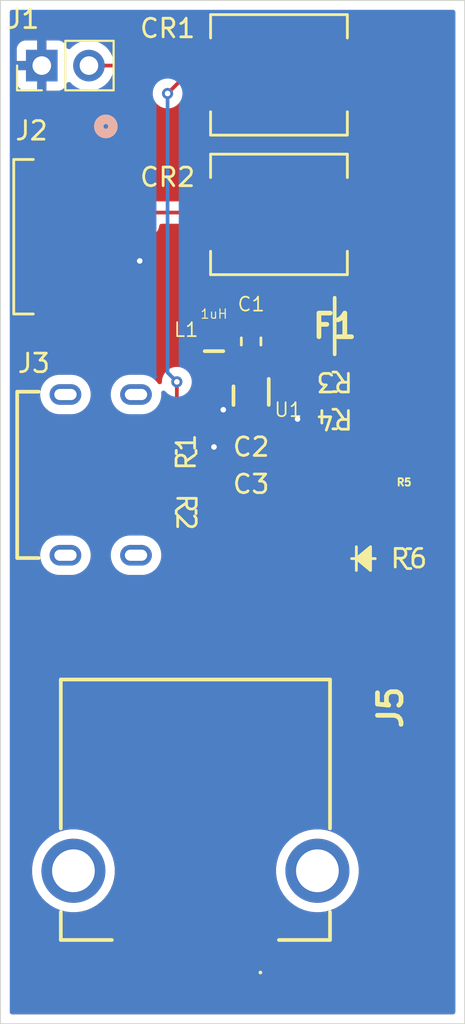
<source format=kicad_pcb>
(kicad_pcb (version 20241229) (generator "pcbnew") (generator_version "9.0")
  (layers (0 "F.Cu" signal) (2 "B.Cu" signal) (13 "F.Paste" user) (15 "B.Paste" user) (5 "F.SilkS" user "F.Silkscreen") (7 "B.SilkS" user "B.Silkscreen") (1 "F.Mask" user) (3 "B.Mask" user) (25 "Edge.Cuts" user))
  (net 0 "")
  (net 1 "/EN")
  (net 2 "GND")
  (net 3 "+5V")
  (net 4 "Net-(CR1-Pad1)")
  (net 5 "Net-(CR2-Pad2)")
  (net 6 "Net-(J2-Pad2)")
  (net 7 "/CC2")
  (net 8 "/CC1")
  (net 9 "/SW")
  (net 10 "/FB")
  (net 11 "Net-(R5-Pad1)")
  (net 17 "Net-(J5-Pad2)")
  (footprint "USBChargerFootprints:INDC2012X80N" (layer "F.Cu") (at 841.5 233.85 -90)
    (property "Reference" "L1" (at -1.15 1.5 180) (layer "F.SilkS") (effects (font (size 0.75 0.75) (thickness 0.09375))))
    (property "Value" "1uH" (at -2 0 180) (layer "F.SilkS") (effects (font (size 0.5 0.5) (thickness 0.0625))))
    (fp_line (start 0 -0.5) (end 0 0.5) (stroke (width 0.2)) (layer "F.SilkS"))
    (pad "1" smd rect (at -0.85 0 270) (size 1.2 1.4) (layers "F.Cu" "F.Mask" "F.Paste") (net 1 "/EN"))
    (pad "2" smd rect (at 0.85 0 270) (size 1.2 1.4) (layers "F.Cu" "F.Mask" "F.Paste") (net 9 "/SW"))
  )
  (footprint "USBChargerFootprints:RC0603N_PAN_100k" (layer "F.Cu") (at 848 237.5 180)
    (property "Reference" "R4" (at 0 0 180) (layer "F.SilkS"))
    (property "Value" "100k")
    (fp_line (start 0.092449 -0.526999) (end -0.092449 -0.526999) (stroke (width 0.1524)) (layer "F.SilkS"))
    (fp_line (start -0.092449 0.526999) (end 0.092449 0.526999) (stroke (width 0.1524)) (layer "F.SilkS"))
    (pad "1" smd rect (at -0.777799 0 180) (size 0.755599 0.799998) (layers "F.Cu" "F.Mask" "F.Paste") (net 10 "/FB"))
    (pad "2" smd rect (at 0.777799 0 180) (size 0.755599 0.799998) (layers "F.Cu" "F.Mask" "F.Paste") (net 2 "GND"))
    (zone (net 0) (net_name "") (layer "F.Cu") (connect_pads (clearance 0)) (min_thickness 0.254)
      (keepout (tracks not_allowed) (vias not_allowed) (pads allowed) (copperpour not_allowed) (footprints allowed))
      (fill (thermal_gap 0.508) (thermal_bridge_width 0.508))
      (polygon (pts (xy 848.349199 237.849199) (xy 847.650801 237.849199) (xy 847.650801 237.150801) (xy 848.349199 237.150801)))
    )
  )
  (footprint "USBChargerFootprints:875832010BLF" (layer "F.Cu") (at 840.5 258.5 180)
    (property "Reference" "J5" (at -10.5 5.5 90) (layer "F.SilkS") (effects (font (size 1.27 1.27) (thickness 0.254))))
    (property "Value" "87583-2010BLF" (hide yes))
    (fp_line (start 7.25 7) (end 7.25 -1) (stroke (width 0.2)) (layer "F.SilkS"))
    (fp_line (start 7.25 -7) (end 7.25 -5.5) (stroke (width 0.2)) (layer "F.SilkS"))
    (fp_line (start 4.5 -7) (end 7.25 -7) (stroke (width 0.2)) (layer "F.SilkS"))
    (fp_line (start -3.5 -8.7) (end -3.5 -8.7) (stroke (width 0.1)) (layer "F.SilkS"))
    (fp_line (start -3.5 -8.8) (end -3.5 -8.8) (stroke (width 0.1)) (layer "F.SilkS"))
    (fp_line (start -4.5 -7) (end -7.25 -7) (stroke (width 0.2)) (layer "F.SilkS"))
    (fp_line (start -7.25 7) (end 7.25 7) (stroke (width 0.2)) (layer "F.SilkS"))
    (fp_line (start -7.25 -1) (end -7.25 7) (stroke (width 0.2)) (layer "F.SilkS"))
    (fp_line (start -7.25 -7) (end -7.25 -5.5) (stroke (width 0.2)) (layer "F.SilkS"))
    (fp_arc (start -3.5 -8.7) (mid -3.55 -8.75) (end -3.5 -8.8) (stroke (width 0.1)) (layer "F.SilkS"))
    (fp_arc (start -3.5 -8.8) (mid -3.45 -8.75) (end -3.5 -8.7) (stroke (width 0.1)) (layer "F.SilkS"))
    (pad "1" smd rect (at -3.5 -6.86 180) (size 1.12 2.88) (layers "F.Cu" "F.Mask" "F.Paste") (net 3 "+5V"))
    (pad "2" smd rect (at -1 -6.86 180) (size 1.12 2.88) (layers "F.Cu" "F.Mask" "F.Paste") (net 17 "Net-(J5-Pad2)"))
    (pad "3" smd rect (at 1 -6.86 180) (size 1.12 2.88) (layers "F.Cu" "F.Mask" "F.Paste") (net 17 "Net-(J5-Pad2)"))
    (pad "4" smd rect (at 3.5 -6.86 180) (size 1.12 2.88) (layers "F.Cu" "F.Mask" "F.Paste") (net 2 "GND"))
    (pad "MH1" thru_hole circle (at -6.57 -3.28 180) (size 3.45 3.45) (drill 2.3) (layers "*.Cu" "*.Mask"))
    (pad "MH2" thru_hole circle (at 6.57 -3.28 180) (size 3.45 3.45) (drill 2.3) (layers "*.Cu" "*.Mask"))
  )
  (footprint "USBChargerFootprints:G-188_MUR" (layer "F.Cu") (at 843.5 241)
    (property "Reference" "C3" (at 0 0 0) (layer "F.SilkS"))
    (property "Value" "22uF")
    (pad "1" smd rect (at -0.7239 0) (size 0.8636 0.8128) (layers "F.Cu" "F.Mask" "F.Paste") (net 2 "GND"))
    (pad "2" smd rect (at 0.7239 0) (size 0.8636 0.8128) (layers "F.Cu" "F.Mask" "F.Paste") (net 3 "+5V"))
    (zone (net 0) (net_name "") (layer "F.Cu") (connect_pads (clearance 0)) (min_thickness 0.254)
      (keepout (tracks not_allowed) (vias not_allowed) (pads allowed) (copperpour not_allowed) (footprints allowed))
      (fill (thermal_gap 0.508) (thermal_bridge_width 0.508))
      (polygon (pts (xy 843.2587 240.6444) (xy 843.7413 240.6444) (xy 843.7413 241.3556) (xy 843.2587 241.3556)))
    )
  )
  (footprint "Connector_PinHeader_2.54mm:PinHeader_1x02_P2.54mm_Vertical" (layer "F.Cu") (at 832.225 218.5 90)
    (property "Reference" "J1" (at 2.5 -1 0) (layer "F.SilkS"))
    (property "Value" "Conn_01x02" (hide yes))
    (fp_line (start -1.33 -1.33) (end 0 -1.33) (stroke (width 0.12)) (layer "F.SilkS"))
    (fp_line (start -1.33 0) (end -1.33 -1.33) (stroke (width 0.12)) (layer "F.SilkS"))
    (fp_line (start 1.33 1.27) (end 1.33 3.87) (stroke (width 0.12)) (layer "F.SilkS"))
    (fp_line (start -1.33 1.27) (end 1.33 1.27) (stroke (width 0.12)) (layer "F.SilkS"))
    (fp_line (start -1.33 1.27) (end -1.33 3.87) (stroke (width 0.12)) (layer "F.SilkS"))
    (fp_line (start -1.33 3.87) (end 1.33 3.87) (stroke (width 0.12)) (layer "F.SilkS"))
    (pad "1" thru_hole rect (at 0 0 90) (size 1.7 1.7) (drill 1) (layers "*.Cu" "*.Mask") (net 2 "GND"))
    (pad "2" thru_hole oval (at 0 2.54 90) (size 1.7 1.7) (drill 1) (layers "*.Cu" "*.Mask") (net 3 "+5V"))
  )
  (footprint "USBChargerFootprints:LED_SMLD12_ROM" (layer "F.Cu") (at 852 245)
    (property "Reference" "R6" (at 0 0 0) (layer "F.SilkS"))
    (property "Value" "SML-D12D8WT86C" (hide yes))
    (fp_line (start -2.8321 -0.635) (end -2.8321 0.635) (stroke (width 0.1524)) (layer "F.SilkS"))
    (fp_line (start -2.8321 0) (end -2.0701 -0.635) (stroke (width 0.1524)) (layer "F.SilkS"))
    (fp_line (start -2.8321 0) (end -2.0701 -0.508) (stroke (width 0.1524)) (layer "F.SilkS"))
    (fp_line (start -2.8321 0) (end -2.0701 -0.381) (stroke (width 0.1524)) (layer "F.SilkS"))
    (fp_line (start -2.8321 0) (end -2.0701 -0.254) (stroke (width 0.1524)) (layer "F.SilkS"))
    (fp_line (start -2.8321 0) (end -2.0701 -0.127) (stroke (width 0.1524)) (layer "F.SilkS"))
    (fp_line (start -2.8321 0) (end -2.0701 0.127) (stroke (width 0.1524)) (layer "F.SilkS"))
    (fp_line (start -2.8321 0) (end -2.0701 0.254) (stroke (width 0.1524)) (layer "F.SilkS"))
    (fp_line (start -2.8321 0) (end -2.0701 0.381) (stroke (width 0.1524)) (layer "F.SilkS"))
    (fp_line (start -2.8321 0) (end -2.0701 0.508) (stroke (width 0.1524)) (layer "F.SilkS"))
    (fp_line (start -2.8321 0) (end -2.0701 0.635) (stroke (width 0.1524)) (layer "F.SilkS"))
    (fp_line (start -2.0701 -0.635) (end -2.0701 0.635) (stroke (width 0.1524)) (layer "F.SilkS"))
    (fp_line (start -1.8161 0) (end -3.0861 0) (stroke (width 0.1524)) (layer "F.SilkS"))
    (fp_line (start -0.09885 0.5334) (end 0.09885 0.5334) (stroke (width 0.1524)) (layer "F.SilkS"))
    (fp_line (start 0.09885 -0.5334) (end -0.09885 -0.5334) (stroke (width 0.1524)) (layer "F.SilkS"))
    (pad "1" smd rect (at -0.60325 0) (size 0.3937 0.8128) (layers "F.Cu" "F.Mask" "F.Paste") (net 11 "Net-(R5-Pad1)"))
    (pad "2" smd rect (at 0.60325 0) (size 0.3937 0.8128) (layers "F.Cu" "F.Mask" "F.Paste") (net 2 "GND"))
    (zone (net 0) (net_name "") (layer "F.Cu") (connect_pads (clearance 0)) (min_thickness 0.254)
      (keepout (tracks not_allowed) (vias not_allowed) (pads allowed) (copperpour not_allowed) (footprints allowed))
      (fill (thermal_gap 0.508) (thermal_bridge_width 0.508))
      (polygon (pts (xy 851.6444 244.6444) (xy 852.3556 244.6444) (xy 852.3556 245.3556) (xy 851.6444 245.3556)))
    )
  )
  (footprint "USBChargerFootprints:SMCDO-214AB_MCC" (layer "F.Cu") (at 845 226.5 180)
    (property "Reference" "CR2" (at 6 2 0) (layer "F.SilkS"))
    (property "Value" "SK36A-TP" (hide yes))
    (fp_line (start 3.683 3.2385) (end 3.683 1.98374) (stroke (width 0.1524)) (layer "F.SilkS"))
    (fp_line (start 3.683 -1.98374) (end 3.683 -3.2385) (stroke (width 0.1524)) (layer "F.SilkS"))
    (fp_line (start 3.683 -3.2385) (end -3.683 -3.2385) (stroke (width 0.1524)) (layer "F.SilkS"))
    (fp_line (start -3.683 3.2385) (end 3.683 3.2385) (stroke (width 0.1524)) (layer "F.SilkS"))
    (fp_line (start -3.683 1.98374) (end -3.683 3.2385) (stroke (width 0.1524)) (layer "F.SilkS"))
    (fp_line (start -3.683 -3.2385) (end -3.683 -1.98374) (stroke (width 0.1524)) (layer "F.SilkS"))
    (pad "1" smd rect (at -3.4798 0 180) (size 1.8796 3.302) (layers "F.Cu" "F.Mask" "F.Paste") (net 4 "Net-(CR1-Pad1)"))
    (pad "2" smd rect (at 3.4798 0 180) (size 1.8796 3.302) (layers "F.Cu" "F.Mask" "F.Paste") (net 5 "Net-(CR2-Pad2)"))
    (zone (net 0) (net_name "") (layer "F.Cu") (connect_pads (clearance 0)) (min_thickness 0.254)
      (keepout (tracks not_allowed) (vias not_allowed) (pads allowed) (copperpour not_allowed) (footprints allowed))
      (fill (thermal_gap 0.508) (thermal_bridge_width 0.508))
      (polygon (pts (xy 847.4892 229.5607) (xy 842.5108 229.5607) (xy 842.5108 223.4393) (xy 847.4892 223.4393)))
    )
  )
  (footprint "USBChargerFootprints:FUSC4632X205N" (layer "F.Cu") (at 848 232.5 180)
    (property "Reference" "F1" (at 0 0 0) (layer "F.SilkS") (effects (font (size 1.27 1.27) (thickness 0.254))))
    (property "Value" "2.6A" (hide yes))
    (fp_line (start 0 -1.52) (end 0 1.52) (stroke (width 0.2)) (layer "F.SilkS"))
    (pad "1" smd rect (at -1.96 0 180) (size 1.53 3.43) (layers "F.Cu" "F.Mask" "F.Paste") (net 4 "Net-(CR1-Pad1)"))
    (pad "2" smd rect (at 1.96 0 180) (size 1.53 3.43) (layers "F.Cu" "F.Mask" "F.Paste") (net 1 "/EN"))
  )
  (footprint "USBChargerFootprints:CAP_CL10_SAM" (layer "F.Cu") (at 843.5 233.3278 -90)
    (property "Reference" "C1" (at -2 0 0) (layer "F.SilkS") (effects (font (size 0.75 0.75) (thickness 0.09375))))
    (property "Value" "10uF")
    (fp_line (start -0.19245 0.527) (end 0.19245 0.527) (stroke (width 0.1524)) (layer "F.SilkS"))
    (fp_line (start 0.19245 -0.527) (end -0.19245 -0.527) (stroke (width 0.1524)) (layer "F.SilkS"))
    (pad "1" smd rect (at -0.8278 0 270) (size 0.6556 0.8) (layers "F.Cu" "F.Mask" "F.Paste") (net 2 "GND"))
    (pad "2" smd rect (at 0.8278 0 270) (size 0.6556 0.8) (layers "F.Cu" "F.Mask" "F.Paste") (net 1 "/EN"))
    (zone (net 0) (net_name "") (layer "F.Cu") (connect_pads (clearance 0)) (min_thickness 0.254)
      (keepout (tracks not_allowed) (vias not_allowed) (pads allowed) (copperpour not_allowed) (footprints allowed))
      (fill (thermal_gap 0.508) (thermal_bridge_width 0.508))
      (polygon (pts (xy 843.8492 232.8786) (xy 843.8492 233.777) (xy 843.1508 233.777) (xy 843.1508 232.8786)))
    )
  )
  (footprint "USBChargerFootprints:RESC1608X50N" (layer "F.Cu") (at 852 242)
    (property "Reference" "R5" (at -0.26 -1.1 0) (layer "F.SilkS") (effects (font (size 0.393701 0.393701))))
    (property "Value" "280")
    (pad "1" smd rect (at -0.79 0) (size 0.94 1.02) (layers "F.Cu" "F.Mask" "F.Paste") (net 11 "Net-(R5-Pad1)"))
    (pad "2" smd rect (at 0.79 0) (size 0.94 1.02) (layers "F.Cu" "F.Mask" "F.Paste") (net 3 "+5V"))
  )
  (footprint "USBChargerFootprints:GCT_USB4125-GF-A_REVA2" (layer "F.Cu") (at 834.3 240.5 -90)
    (property "Reference" "J3" (at -6 2.5 180) (layer "F.SilkS"))
    (property "Value" "USB4125-GF-A_REVA2" (hide yes))
    (fp_poly (pts (xy -4.32 -0.05) (xy -4.349 -0.049) (xy -4.377 -0.047) (xy -4.406 -0.043) (xy -4.434 -0.038) (xy -4.462 -0.031) (xy -4.49 -0.023) (xy -4.517 -0.013) (xy -4.544 -0.002) (xy -4.57 0.01) (xy -4.595 0.024) (xy -4.62 0.039) (xy -4.643 0.055) (xy -4.666 0.073) (xy -4.688 0.091) (xy -4.709 0.111) (xy -4.729 0.132) (xy -4.747 0.154) (xy -4.765 0.177) (xy -4.781 0.2) (xy -4.796 0.225) (xy -4.81 0.25) (xy -4.822 0.276) (xy -4.833 0.303) (xy -4.843 0.33) (xy -4.851 0.358) (xy -4.858 0.386) (xy -4.863 0.414) (xy -4.867 0.443) (xy -4.869 0.471) (xy -4.87 0.5) (xy -4.87 1.1) (xy -4.869 1.129) (xy -4.867 1.157) (xy -4.863 1.186) (xy -4.858 1.214) (xy -4.851 1.242) (xy -4.843 1.27) (xy -4.833 1.297) (xy -4.822 1.324) (xy -4.81 1.35) (xy -4.796 1.375) (xy -4.781 1.4) (xy -4.765 1.423) (xy -4.747 1.446) (xy -4.729 1.468) (xy -4.709 1.489) (xy -4.688 1.509) (xy -4.666 1.527) (xy -4.643 1.545) (xy -4.62 1.561) (xy -4.595 1.576) (xy -4.57 1.59) (xy -4.544 1.602) (xy -4.517 1.613) (xy -4.49 1.623) (xy -4.462 1.631) (xy -4.434 1.638) (xy -4.406 1.643) (xy -4.377 1.647) (xy -4.349 1.649) (xy -4.32 1.65) (xy -4.291 1.649) (xy -4.263 1.647) (xy -4.234 1.643) (xy -4.206 1.638) (xy -4.178 1.631) (xy -4.15 1.623) (xy -4.123 1.613) (xy -4.096 1.602) (xy -4.07 1.59) (xy -4.045 1.576) (xy -4.02 1.561) (xy -3.997 1.545) (xy -3.974 1.527) (xy -3.952 1.509) (xy -3.931 1.489) (xy -3.911 1.468) (xy -3.893 1.446) (xy -3.875 1.423) (xy -3.859 1.4) (xy -3.844 1.375) (xy -3.83 1.35) (xy -3.818 1.324) (xy -3.807 1.297) (xy -3.797 1.27) (xy -3.789 1.242) (xy -3.782 1.214) (xy -3.777 1.186) (xy -3.773 1.157) (xy -3.771 1.129) (xy -3.77 1.1) (xy -3.77 0.5) (xy -3.771 0.471) (xy -3.773 0.443) (xy -3.777 0.414) (xy -3.782 0.386) (xy -3.789 0.358) (xy -3.797 0.33) (xy -3.807 0.303) (xy -3.818 0.276) (xy -3.83 0.25) (xy -3.844 0.225) (xy -3.859 0.2) (xy -3.875 0.177) (xy -3.893 0.154) (xy -3.911 0.132) (xy -3.931 0.111) (xy -3.952 0.091) (xy -3.974 0.073) (xy -3.997 0.055) (xy -4.02 0.039) (xy -4.045 0.024) (xy -4.07 0.01) (xy -4.096 -0.002) (xy -4.123 -0.013) (xy -4.15 -0.023) (xy -4.178 -0.031) (xy -4.206 -0.038) (xy -4.234 -0.043) (xy -4.263 -0.047) (xy -4.291 -0.049) (xy -4.32 -0.05)) (stroke (width 0.01)) (fill yes) (layer "F.Cu"))
    (fp_poly (pts (xy 4.32 -0.05) (xy 4.291 -0.049) (xy 4.263 -0.047) (xy 4.234 -0.043) (xy 4.206 -0.038) (xy 4.178 -0.031) (xy 4.15 -0.023) (xy 4.123 -0.013) (xy 4.096 -0.002) (xy 4.07 0.01) (xy 4.045 0.024) (xy 4.02 0.039) (xy 3.997 0.055) (xy 3.974 0.073) (xy 3.952 0.091) (xy 3.931 0.111) (xy 3.911 0.132) (xy 3.893 0.154) (xy 3.875 0.177) (xy 3.859 0.2) (xy 3.844 0.225) (xy 3.83 0.25) (xy 3.818 0.276) (xy 3.807 0.303) (xy 3.797 0.33) (xy 3.789 0.358) (xy 3.782 0.386) (xy 3.777 0.414) (xy 3.773 0.443) (xy 3.771 0.471) (xy 3.77 0.5) (xy 3.77 1.1) (xy 3.771 1.129) (xy 3.773 1.157) (xy 3.777 1.186) (xy 3.782 1.214) (xy 3.789 1.242) (xy 3.797 1.27) (xy 3.807 1.297) (xy 3.818 1.324) (xy 3.83 1.35) (xy 3.844 1.375) (xy 3.859 1.4) (xy 3.875 1.423) (xy 3.893 1.446) (xy 3.911 1.468) (xy 3.931 1.489) (xy 3.952 1.509) (xy 3.974 1.527) (xy 3.997 1.545) (xy 4.02 1.561) (xy 4.045 1.576) (xy 4.07 1.59) (xy 4.096 1.602) (xy 4.123 1.613) (xy 4.15 1.623) (xy 4.178 1.631) (xy 4.206 1.638) (xy 4.234 1.643) (xy 4.263 1.647) (xy 4.291 1.649) (xy 4.32 1.65) (xy 4.349 1.649) (xy 4.377 1.647) (xy 4.406 1.643) (xy 4.434 1.638) (xy 4.462 1.631) (xy 4.49 1.623) (xy 4.517 1.613) (xy 4.544 1.602) (xy 4.57 1.59) (xy 4.595 1.576) (xy 4.62 1.561) (xy 4.643 1.545) (xy 4.666 1.527) (xy 4.688 1.509) (xy 4.709 1.489) (xy 4.729 1.468) (xy 4.747 1.446) (xy 4.765 1.423) (xy 4.781 1.4) (xy 4.796 1.375) (xy 4.81 1.35) (xy 4.822 1.324) (xy 4.833 1.297) (xy 4.843 1.27) (xy 4.851 1.242) (xy 4.858 1.214) (xy 4.863 1.186) (xy 4.867 1.157) (xy 4.869 1.129) (xy 4.87 1.1) (xy 4.87 0.5) (xy 4.869 0.471) (xy 4.867 0.443) (xy 4.863 0.414) (xy 4.858 0.386) (xy 4.851 0.358) (xy 4.843 0.33) (xy 4.833 0.303) (xy 4.822 0.276) (xy 4.81 0.25) (xy 4.796 0.225) (xy 4.781 0.2) (xy 4.765 0.177) (xy 4.747 0.154) (xy 4.729 0.132) (xy 4.709 0.111) (xy 4.688 0.091) (xy 4.666 0.073) (xy 4.643 0.055) (xy 4.62 0.039) (xy 4.595 0.024) (xy 4.57 0.01) (xy 4.544 -0.002) (xy 4.517 -0.013) (xy 4.49 -0.023) (xy 4.462 -0.031) (xy 4.434 -0.038) (xy 4.406 -0.043) (xy 4.377 -0.047) (xy 4.349 -0.049) (xy 4.32 -0.05)) (stroke (width 0.01)) (fill yes) (layer "F.Cu"))
    (fp_poly (pts (xy -4.32 -3.85) (xy -4.349 -3.849) (xy -4.377 -3.847) (xy -4.406 -3.843) (xy -4.434 -3.838) (xy -4.462 -3.831) (xy -4.49 -3.823) (xy -4.517 -3.813) (xy -4.544 -3.802) (xy -4.57 -3.79) (xy -4.595 -3.776) (xy -4.62 -3.761) (xy -4.643 -3.745) (xy -4.666 -3.727) (xy -4.688 -3.709) (xy -4.709 -3.689) (xy -4.729 -3.668) (xy -4.747 -3.646) (xy -4.765 -3.623) (xy -4.781 -3.6) (xy -4.796 -3.575) (xy -4.81 -3.55) (xy -4.822 -3.524) (xy -4.833 -3.497) (xy -4.843 -3.47) (xy -4.851 -3.442) (xy -4.858 -3.414) (xy -4.863 -3.386) (xy -4.867 -3.357) (xy -4.869 -3.329) (xy -4.87 -3.3) (xy -4.87 -2.7) (xy -4.869 -2.671) (xy -4.867 -2.643) (xy -4.863 -2.614) (xy -4.858 -2.586) (xy -4.851 -2.558) (xy -4.843 -2.53) (xy -4.833 -2.503) (xy -4.822 -2.476) (xy -4.81 -2.45) (xy -4.796 -2.425) (xy -4.781 -2.4) (xy -4.765 -2.377) (xy -4.747 -2.354) (xy -4.729 -2.332) (xy -4.709 -2.311) (xy -4.688 -2.291) (xy -4.666 -2.273) (xy -4.643 -2.255) (xy -4.62 -2.239) (xy -4.595 -2.224) (xy -4.57 -2.21) (xy -4.544 -2.198) (xy -4.517 -2.187) (xy -4.49 -2.177) (xy -4.462 -2.169) (xy -4.434 -2.162) (xy -4.406 -2.157) (xy -4.377 -2.153) (xy -4.349 -2.151) (xy -4.32 -2.15) (xy -4.291 -2.151) (xy -4.263 -2.153) (xy -4.234 -2.157) (xy -4.206 -2.162) (xy -4.178 -2.169) (xy -4.15 -2.177) (xy -4.123 -2.187) (xy -4.096 -2.198) (xy -4.07 -2.21) (xy -4.045 -2.224) (xy -4.02 -2.239) (xy -3.997 -2.255) (xy -3.974 -2.273) (xy -3.952 -2.291) (xy -3.931 -2.311) (xy -3.911 -2.332) (xy -3.893 -2.354) (xy -3.875 -2.377) (xy -3.859 -2.4) (xy -3.844 -2.425) (xy -3.83 -2.45) (xy -3.818 -2.476) (xy -3.807 -2.503) (xy -3.797 -2.53) (xy -3.789 -2.558) (xy -3.782 -2.586) (xy -3.777 -2.614) (xy -3.773 -2.643) (xy -3.771 -2.671) (xy -3.77 -2.7) (xy -3.77 -3.3) (xy -3.771 -3.329) (xy -3.773 -3.357) (xy -3.777 -3.386) (xy -3.782 -3.414) (xy -3.789 -3.442) (xy -3.797 -3.47) (xy -3.807 -3.497) (xy -3.818 -3.524) (xy -3.83 -3.55) (xy -3.844 -3.575) (xy -3.859 -3.6) (xy -3.875 -3.623) (xy -3.893 -3.646) (xy -3.911 -3.668) (xy -3.931 -3.689) (xy -3.952 -3.709) (xy -3.974 -3.727) (xy -3.997 -3.745) (xy -4.02 -3.761) (xy -4.045 -3.776) (xy -4.07 -3.79) (xy -4.096 -3.802) (xy -4.123 -3.813) (xy -4.15 -3.823) (xy -4.178 -3.831) (xy -4.206 -3.838) (xy -4.234 -3.843) (xy -4.263 -3.847) (xy -4.291 -3.849) (xy -4.32 -3.85)) (stroke (width 0.01)) (fill yes) (layer "F.Cu"))
    (fp_poly (pts (xy 4.32 -3.85) (xy 4.291 -3.849) (xy 4.263 -3.847) (xy 4.234 -3.843) (xy 4.206 -3.838) (xy 4.178 -3.831) (xy 4.15 -3.823) (xy 4.123 -3.813) (xy 4.096 -3.802) (xy 4.07 -3.79) (xy 4.045 -3.776) (xy 4.02 -3.761) (xy 3.997 -3.745) (xy 3.974 -3.727) (xy 3.952 -3.709) (xy 3.931 -3.689) (xy 3.911 -3.668) (xy 3.893 -3.646) (xy 3.875 -3.623) (xy 3.859 -3.6) (xy 3.844 -3.575) (xy 3.83 -3.55) (xy 3.818 -3.524) (xy 3.807 -3.497) (xy 3.797 -3.47) (xy 3.789 -3.442) (xy 3.782 -3.414) (xy 3.777 -3.386) (xy 3.773 -3.357) (xy 3.771 -3.329) (xy 3.77 -3.3) (xy 3.77 -2.7) (xy 3.771 -2.671) (xy 3.773 -2.643) (xy 3.777 -2.614) (xy 3.782 -2.586) (xy 3.789 -2.558) (xy 3.797 -2.53) (xy 3.807 -2.503) (xy 3.818 -2.476) (xy 3.83 -2.45) (xy 3.844 -2.425) (xy 3.859 -2.4) (xy 3.875 -2.377) (xy 3.893 -2.354) (xy 3.911 -2.332) (xy 3.931 -2.311) (xy 3.952 -2.291) (xy 3.974 -2.273) (xy 3.997 -2.255) (xy 4.02 -2.239) (xy 4.045 -2.224) (xy 4.07 -2.21) (xy 4.096 -2.198) (xy 4.123 -2.187) (xy 4.15 -2.177) (xy 4.178 -2.169) (xy 4.206 -2.162) (xy 4.234 -2.157) (xy 4.263 -2.153) (xy 4.291 -2.151) (xy 4.32 -2.15) (xy 4.349 -2.151) (xy 4.377 -2.153) (xy 4.406 -2.157) (xy 4.434 -2.162) (xy 4.462 -2.169) (xy 4.49 -2.177) (xy 4.517 -2.187) (xy 4.544 -2.198) (xy 4.57 -2.21) (xy 4.595 -2.224) (xy 4.62 -2.239) (xy 4.643 -2.255) (xy 4.666 -2.273) (xy 4.688 -2.291) (xy 4.709 -2.311) (xy 4.729 -2.332) (xy 4.747 -2.354) (xy 4.765 -2.377) (xy 4.781 -2.4) (xy 4.796 -2.425) (xy 4.81 -2.45) (xy 4.822 -2.476) (xy 4.833 -2.503) (xy 4.843 -2.53) (xy 4.851 -2.558) (xy 4.858 -2.586) (xy 4.863 -2.614) (xy 4.867 -2.643) (xy 4.869 -2.671) (xy 4.87 -2.7) (xy 4.87 -3.3) (xy 4.869 -3.329) (xy 4.867 -3.357) (xy 4.863 -3.386) (xy 4.858 -3.414) (xy 4.851 -3.442) (xy 4.843 -3.47) (xy 4.833 -3.497) (xy 4.822 -3.524) (xy 4.81 -3.55) (xy 4.796 -3.575) (xy 4.781 -3.6) (xy 4.765 -3.623) (xy 4.747 -3.646) (xy 4.729 -3.668) (xy 4.709 -3.689) (xy 4.688 -3.709) (xy 4.666 -3.727) (xy 4.643 -3.745) (xy 4.62 -3.761) (xy 4.595 -3.776) (xy 4.57 -3.79) (xy 4.544 -3.802) (xy 4.517 -3.813) (xy 4.49 -3.823) (xy 4.462 -3.831) (xy 4.434 -3.838) (xy 4.406 -3.843) (xy 4.377 -3.847) (xy 4.349 -3.849) (xy 4.32 -3.85)) (stroke (width 0.01)) (fill yes) (layer "F.Cu"))
    (fp_poly (pts (xy -4.32 -0.05) (xy -4.349 -0.049) (xy -4.377 -0.047) (xy -4.406 -0.043) (xy -4.434 -0.038) (xy -4.462 -0.031) (xy -4.49 -0.023) (xy -4.517 -0.013) (xy -4.544 -0.002) (xy -4.57 0.01) (xy -4.595 0.024) (xy -4.62 0.039) (xy -4.643 0.055) (xy -4.666 0.073) (xy -4.688 0.091) (xy -4.709 0.111) (xy -4.729 0.132) (xy -4.747 0.154) (xy -4.765 0.177) (xy -4.781 0.2) (xy -4.796 0.225) (xy -4.81 0.25) (xy -4.822 0.276) (xy -4.833 0.303) (xy -4.843 0.33) (xy -4.851 0.358) (xy -4.858 0.386) (xy -4.863 0.414) (xy -4.867 0.443) (xy -4.869 0.471) (xy -4.87 0.5) (xy -4.87 1.1) (xy -4.869 1.129) (xy -4.867 1.157) (xy -4.863 1.186) (xy -4.858 1.214) (xy -4.851 1.242) (xy -4.843 1.27) (xy -4.833 1.297) (xy -4.822 1.324) (xy -4.81 1.35) (xy -4.796 1.375) (xy -4.781 1.4) (xy -4.765 1.423) (xy -4.747 1.446) (xy -4.729 1.468) (xy -4.709 1.489) (xy -4.688 1.509) (xy -4.666 1.527) (xy -4.643 1.545) (xy -4.62 1.561) (xy -4.595 1.576) (xy -4.57 1.59) (xy -4.544 1.602) (xy -4.517 1.613) (xy -4.49 1.623) (xy -4.462 1.631) (xy -4.434 1.638) (xy -4.406 1.643) (xy -4.377 1.647) (xy -4.349 1.649) (xy -4.32 1.65) (xy -4.291 1.649) (xy -4.263 1.647) (xy -4.234 1.643) (xy -4.206 1.638) (xy -4.178 1.631) (xy -4.15 1.623) (xy -4.123 1.613) (xy -4.096 1.602) (xy -4.07 1.59) (xy -4.045 1.576) (xy -4.02 1.561) (xy -3.997 1.545) (xy -3.974 1.527) (xy -3.952 1.509) (xy -3.931 1.489) (xy -3.911 1.468) (xy -3.893 1.446) (xy -3.875 1.423) (xy -3.859 1.4) (xy -3.844 1.375) (xy -3.83 1.35) (xy -3.818 1.324) (xy -3.807 1.297) (xy -3.797 1.27) (xy -3.789 1.242) (xy -3.782 1.214) (xy -3.777 1.186) (xy -3.773 1.157) (xy -3.771 1.129) (xy -3.77 1.1) (xy -3.77 0.5) (xy -3.771 0.471) (xy -3.773 0.443) (xy -3.777 0.414) (xy -3.782 0.386) (xy -3.789 0.358) (xy -3.797 0.33) (xy -3.807 0.303) (xy -3.818 0.276) (xy -3.83 0.25) (xy -3.844 0.225) (xy -3.859 0.2) (xy -3.875 0.177) (xy -3.893 0.154) (xy -3.911 0.132) (xy -3.931 0.111) (xy -3.952 0.091) (xy -3.974 0.073) (xy -3.997 0.055) (xy -4.02 0.039) (xy -4.045 0.024) (xy -4.07 0.01) (xy -4.096 -0.002) (xy -4.123 -0.013) (xy -4.15 -0.023) (xy -4.178 -0.031) (xy -4.206 -0.038) (xy -4.234 -0.043) (xy -4.263 -0.047) (xy -4.291 -0.049) (xy -4.32 -0.05)) (stroke (width 0.01)) (fill yes) (layer "B.Cu"))
    (fp_poly (pts (xy 4.32 -0.05) (xy 4.291 -0.049) (xy 4.263 -0.047) (xy 4.234 -0.043) (xy 4.206 -0.038) (xy 4.178 -0.031) (xy 4.15 -0.023) (xy 4.123 -0.013) (xy 4.096 -0.002) (xy 4.07 0.01) (xy 4.045 0.024) (xy 4.02 0.039) (xy 3.997 0.055) (xy 3.974 0.073) (xy 3.952 0.091) (xy 3.931 0.111) (xy 3.911 0.132) (xy 3.893 0.154) (xy 3.875 0.177) (xy 3.859 0.2) (xy 3.844 0.225) (xy 3.83 0.25) (xy 3.818 0.276) (xy 3.807 0.303) (xy 3.797 0.33) (xy 3.789 0.358) (xy 3.782 0.386) (xy 3.777 0.414) (xy 3.773 0.443) (xy 3.771 0.471) (xy 3.77 0.5) (xy 3.77 1.1) (xy 3.771 1.129) (xy 3.773 1.157) (xy 3.777 1.186) (xy 3.782 1.214) (xy 3.789 1.242) (xy 3.797 1.27) (xy 3.807 1.297) (xy 3.818 1.324) (xy 3.83 1.35) (xy 3.844 1.375) (xy 3.859 1.4) (xy 3.875 1.423) (xy 3.893 1.446) (xy 3.911 1.468) (xy 3.931 1.489) (xy 3.952 1.509) (xy 3.974 1.527) (xy 3.997 1.545) (xy 4.02 1.561) (xy 4.045 1.576) (xy 4.07 1.59) (xy 4.096 1.602) (xy 4.123 1.613) (xy 4.15 1.623) (xy 4.178 1.631) (xy 4.206 1.638) (xy 4.234 1.643) (xy 4.263 1.647) (xy 4.291 1.649) (xy 4.32 1.65) (xy 4.349 1.649) (xy 4.377 1.647) (xy 4.406 1.643) (xy 4.434 1.638) (xy 4.462 1.631) (xy 4.49 1.623) (xy 4.517 1.613) (xy 4.544 1.602) (xy 4.57 1.59) (xy 4.595 1.576) (xy 4.62 1.561) (xy 4.643 1.545) (xy 4.666 1.527) (xy 4.688 1.509) (xy 4.709 1.489) (xy 4.729 1.468) (xy 4.747 1.446) (xy 4.765 1.423) (xy 4.781 1.4) (xy 4.796 1.375) (xy 4.81 1.35) (xy 4.822 1.324) (xy 4.833 1.297) (xy 4.843 1.27) (xy 4.851 1.242) (xy 4.858 1.214) (xy 4.863 1.186) (xy 4.867 1.157) (xy 4.869 1.129) (xy 4.87 1.1) (xy 4.87 0.5) (xy 4.869 0.471) (xy 4.867 0.443) (xy 4.863 0.414) (xy 4.858 0.386) (xy 4.851 0.358) (xy 4.843 0.33) (xy 4.833 0.303) (xy 4.822 0.276) (xy 4.81 0.25) (xy 4.796 0.225) (xy 4.781 0.2) (xy 4.765 0.177) (xy 4.747 0.154) (xy 4.729 0.132) (xy 4.709 0.111) (xy 4.688 0.091) (xy 4.666 0.073) (xy 4.643 0.055) (xy 4.62 0.039) (xy 4.595 0.024) (xy 4.57 0.01) (xy 4.544 -0.002) (xy 4.517 -0.013) (xy 4.49 -0.023) (xy 4.462 -0.031) (xy 4.434 -0.038) (xy 4.406 -0.043) (xy 4.377 -0.047) (xy 4.349 -0.049) (xy 4.32 -0.05)) (stroke (width 0.01)) (fill yes) (layer "B.Cu"))
    (fp_poly (pts (xy -4.32 -3.85) (xy -4.349 -3.849) (xy -4.377 -3.847) (xy -4.406 -3.843) (xy -4.434 -3.838) (xy -4.462 -3.831) (xy -4.49 -3.823) (xy -4.517 -3.813) (xy -4.544 -3.802) (xy -4.57 -3.79) (xy -4.595 -3.776) (xy -4.62 -3.761) (xy -4.643 -3.745) (xy -4.666 -3.727) (xy -4.688 -3.709) (xy -4.709 -3.689) (xy -4.729 -3.668) (xy -4.747 -3.646) (xy -4.765 -3.623) (xy -4.781 -3.6) (xy -4.796 -3.575) (xy -4.81 -3.55) (xy -4.822 -3.524) (xy -4.833 -3.497) (xy -4.843 -3.47) (xy -4.851 -3.442) (xy -4.858 -3.414) (xy -4.863 -3.386) (xy -4.867 -3.357) (xy -4.869 -3.329) (xy -4.87 -3.3) (xy -4.87 -2.7) (xy -4.869 -2.671) (xy -4.867 -2.643) (xy -4.863 -2.614) (xy -4.858 -2.586) (xy -4.851 -2.558) (xy -4.843 -2.53) (xy -4.833 -2.503) (xy -4.822 -2.476) (xy -4.81 -2.45) (xy -4.796 -2.425) (xy -4.781 -2.4) (xy -4.765 -2.377) (xy -4.747 -2.354) (xy -4.729 -2.332) (xy -4.709 -2.311) (xy -4.688 -2.291) (xy -4.666 -2.273) (xy -4.643 -2.255) (xy -4.62 -2.239) (xy -4.595 -2.224) (xy -4.57 -2.21) (xy -4.544 -2.198) (xy -4.517 -2.187) (xy -4.49 -2.177) (xy -4.462 -2.169) (xy -4.434 -2.162) (xy -4.406 -2.157) (xy -4.377 -2.153) (xy -4.349 -2.151) (xy -4.32 -2.15) (xy -4.291 -2.151) (xy -4.263 -2.153) (xy -4.234 -2.157) (xy -4.206 -2.162) (xy -4.178 -2.169) (xy -4.15 -2.177) (xy -4.123 -2.187) (xy -4.096 -2.198) (xy -4.07 -2.21) (xy -4.045 -2.224) (xy -4.02 -2.239) (xy -3.997 -2.255) (xy -3.974 -2.273) (xy -3.952 -2.291) (xy -3.931 -2.311) (xy -3.911 -2.332) (xy -3.893 -2.354) (xy -3.875 -2.377) (xy -3.859 -2.4) (xy -3.844 -2.425) (xy -3.83 -2.45) (xy -3.818 -2.476) (xy -3.807 -2.503) (xy -3.797 -2.53) (xy -3.789 -2.558) (xy -3.782 -2.586) (xy -3.777 -2.614) (xy -3.773 -2.643) (xy -3.771 -2.671) (xy -3.77 -2.7) (xy -3.77 -3.3) (xy -3.771 -3.329) (xy -3.773 -3.357) (xy -3.777 -3.386) (xy -3.782 -3.414) (xy -3.789 -3.442) (xy -3.797 -3.47) (xy -3.807 -3.497) (xy -3.818 -3.524) (xy -3.83 -3.55) (xy -3.844 -3.575) (xy -3.859 -3.6) (xy -3.875 -3.623) (xy -3.893 -3.646) (xy -3.911 -3.668) (xy -3.931 -3.689) (xy -3.952 -3.709) (xy -3.974 -3.727) (xy -3.997 -3.745) (xy -4.02 -3.761) (xy -4.045 -3.776) (xy -4.07 -3.79) (xy -4.096 -3.802) (xy -4.123 -3.813) (xy -4.15 -3.823) (xy -4.178 -3.831) (xy -4.206 -3.838) (xy -4.234 -3.843) (xy -4.263 -3.847) (xy -4.291 -3.849) (xy -4.32 -3.85)) (stroke (width 0.01)) (fill yes) (layer "B.Cu"))
    (fp_poly (pts (xy 4.32 -3.85) (xy 4.291 -3.849) (xy 4.263 -3.847) (xy 4.234 -3.843) (xy 4.206 -3.838) (xy 4.178 -3.831) (xy 4.15 -3.823) (xy 4.123 -3.813) (xy 4.096 -3.802) (xy 4.07 -3.79) (xy 4.045 -3.776) (xy 4.02 -3.761) (xy 3.997 -3.745) (xy 3.974 -3.727) (xy 3.952 -3.709) (xy 3.931 -3.689) (xy 3.911 -3.668) (xy 3.893 -3.646) (xy 3.875 -3.623) (xy 3.859 -3.6) (xy 3.844 -3.575) (xy 3.83 -3.55) (xy 3.818 -3.524) (xy 3.807 -3.497) (xy 3.797 -3.47) (xy 3.789 -3.442) (xy 3.782 -3.414) (xy 3.777 -3.386) (xy 3.773 -3.357) (xy 3.771 -3.329) (xy 3.77 -3.3) (xy 3.77 -2.7) (xy 3.771 -2.671) (xy 3.773 -2.643) (xy 3.777 -2.614) (xy 3.782 -2.586) (xy 3.789 -2.558) (xy 3.797 -2.53) (xy 3.807 -2.503) (xy 3.818 -2.476) (xy 3.83 -2.45) (xy 3.844 -2.425) (xy 3.859 -2.4) (xy 3.875 -2.377) (xy 3.893 -2.354) (xy 3.911 -2.332) (xy 3.931 -2.311) (xy 3.952 -2.291) (xy 3.974 -2.273) (xy 3.997 -2.255) (xy 4.02 -2.239) (xy 4.045 -2.224) (xy 4.07 -2.21) (xy 4.096 -2.198) (xy 4.123 -2.187) (xy 4.15 -2.177) (xy 4.178 -2.169) (xy 4.206 -2.162) (xy 4.234 -2.157) (xy 4.263 -2.153) (xy 4.291 -2.151) (xy 4.32 -2.15) (xy 4.349 -2.151) (xy 4.377 -2.153) (xy 4.406 -2.157) (xy 4.434 -2.162) (xy 4.462 -2.169) (xy 4.49 -2.177) (xy 4.517 -2.187) (xy 4.544 -2.198) (xy 4.57 -2.21) (xy 4.595 -2.224) (xy 4.62 -2.239) (xy 4.643 -2.255) (xy 4.666 -2.273) (xy 4.688 -2.291) (xy 4.709 -2.311) (xy 4.729 -2.332) (xy 4.747 -2.354) (xy 4.765 -2.377) (xy 4.781 -2.4) (xy 4.796 -2.425) (xy 4.81 -2.45) (xy 4.822 -2.476) (xy 4.833 -2.503) (xy 4.843 -2.53) (xy 4.851 -2.558) (xy 4.858 -2.586) (xy 4.863 -2.614) (xy 4.867 -2.643) (xy 4.869 -2.671) (xy 4.87 -2.7) (xy 4.87 -3.3) (xy 4.869 -3.329) (xy 4.867 -3.357) (xy 4.863 -3.386) (xy 4.858 -3.414) (xy 4.851 -3.442) (xy 4.843 -3.47) (xy 4.833 -3.497) (xy 4.822 -3.524) (xy 4.81 -3.55) (xy 4.796 -3.575) (xy 4.781 -3.6) (xy 4.765 -3.623) (xy 4.747 -3.646) (xy 4.729 -3.668) (xy 4.709 -3.689) (xy 4.688 -3.709) (xy 4.666 -3.727) (xy 4.643 -3.745) (xy 4.62 -3.761) (xy 4.595 -3.776) (xy 4.57 -3.79) (xy 4.544 -3.802) (xy 4.517 -3.813) (xy 4.49 -3.823) (xy 4.462 -3.831) (xy 4.434 -3.838) (xy 4.406 -3.843) (xy 4.377 -3.847) (xy 4.349 -3.849) (xy 4.32 -3.85)) (stroke (width 0.01)) (fill yes) (layer "B.Cu"))
    (fp_line (start -4.47 3.4) (end 4.47 3.4) (stroke (width 0.2)) (layer "F.SilkS"))
    (fp_line (start 4.47 3.4) (end 4.47 2.25) (stroke (width 0.2)) (layer "F.SilkS"))
    (fp_line (start -4.47 2.25) (end -4.47 3.4) (stroke (width 0.2)) (layer "F.SilkS"))
    (pad "A5" smd rect (at -0.5 -3.08 270) (size 0.7 1.2) (layers "F.Cu" "F.Mask" "F.Paste") (net 8 "/CC1"))
    (pad "A9" smd rect (at 1.52 -3.08 270) (size 0.76 1.2) (layers "F.Cu" "F.Mask" "F.Paste") (net 3 "+5V"))
    (pad "A12" smd rect (at 2.75 -3.08 270) (size 0.8 1.2) (layers "F.Cu" "F.Mask" "F.Paste") (net 2 "GND"))
    (pad "B5" smd rect (at 0.5 -3.08 270) (size 0.7 1.2) (layers "F.Cu" "F.Mask" "F.Paste") (net 7 "/CC2"))
    (pad "B9" smd rect (at -1.52 -3.08 270) (size 0.76 1.2) (layers "F.Cu" "F.Mask" "F.Paste") (net 3 "+5V"))
    (pad "B12" smd rect (at -2.75 -3.08 270) (size 0.8 1.2) (layers "F.Cu" "F.Mask" "F.Paste") (net 2 "GND"))
    (pad "S1" thru_hole oval (at -4.32 -3 270) (size 0.8 1.6) (drill oval 0.6 1.2) (layers "*.Cu"))
    (pad "S2" thru_hole oval (at 4.32 -3 270) (size 0.8 1.6) (drill oval 0.6 1.2) (layers "*.Cu"))
    (pad "S3" thru_hole oval (at -4.32 0.8 270) (size 0.8 1.6) (drill oval 0.6 1.2) (layers "*.Cu"))
    (pad "S4" thru_hole oval (at 4.32 0.8 270) (size 0.8 1.6) (drill oval 0.6 1.2) (layers "*.Cu"))
  )
  (footprint "USBChargerFootprints:RC0603N_YAG" (layer "F.Cu") (at 840 239.2747 90)
    (property "Reference" "R1" (at 0 0 90) (layer "F.SilkS"))
    (property "Value" "5.1k")
    (fp_line (start 0.08615 -0.5334) (end -0.08615 -0.5334) (stroke (width 0.1524)) (layer "F.SilkS"))
    (fp_line (start -0.08615 0.5334) (end 0.08615 0.5334) (stroke (width 0.1524)) (layer "F.SilkS"))
    (pad "1" smd rect (at -0.7747 0 90) (size 0.762 0.8128) (layers "F.Cu" "F.Mask" "F.Paste") (net 8 "/CC1"))
    (pad "2" smd rect (at 0.7747 0 90) (size 0.762 0.8128) (layers "F.Cu" "F.Mask" "F.Paste") (net 3 "+5V"))
    (zone (net 0) (net_name "") (layer "F.Cu") (connect_pads (clearance 0)) (min_thickness 0.254)
      (keepout (tracks not_allowed) (vias not_allowed) (pads allowed) (copperpour not_allowed) (footprints allowed))
      (fill (thermal_gap 0.508) (thermal_bridge_width 0.508))
      (polygon (pts (xy 839.6444 239.6176) (xy 839.6444 238.9318) (xy 840.3556 238.9318) (xy 840.3556 239.6176)))
    )
  )
  (footprint "USBChargerFootprints:CONN_10118192-0002LF_AMP" (layer "F.Cu") (at 833.471101 227.7 -90)
    (property "Reference" "J2" (at -5.7 1.7961 0) (layer "F.SilkS"))
    (property "Value" "10118192-0002LF" (hide yes))
    (fp_line (start -4.1529 2.755899) (end 4.1529 2.755899) (stroke (width 0.1524)) (layer "F.SilkS"))
    (fp_line (start 4.1529 2.755899) (end 4.1529 1.705541) (stroke (width 0.1524)) (layer "F.SilkS"))
    (fp_line (start -4.1529 1.705541) (end -4.1529 2.755899) (stroke (width 0.1524)) (layer "F.SilkS"))
    (fp_circle (center -5.9309 -2.2039) (end -5.5499 -2.2039) (stroke (width 0.508)) (fill no) (layer "F.SilkS"))
    (fp_circle (center -5.9309 -2.2039) (end -5.5499 -2.2039) (stroke (width 0.508)) (fill no) (layer "B.SilkS"))
    (pad "1" smd rect (at -1.3 -2.2039 270) (size 0.4064 1.3462) (layers "F.Cu" "F.Mask" "F.Paste") (net 5 "Net-(CR2-Pad2)"))
    (pad "2" smd rect (at -0.649999 -2.2039 270) (size 0.4064 1.3462) (layers "F.Cu" "F.Mask" "F.Paste") (net 6 "Net-(J2-Pad2)"))
    (pad "3" smd rect (at 0 -2.2039 270) (size 0.4064 1.3462) (layers "F.Cu" "F.Mask" "F.Paste") (net 6 "Net-(J2-Pad2)"))
    (pad "4" smd rect (at 0.649999 -2.2039 270) (size 0.4064 1.3462) (layers "F.Cu" "F.Mask" "F.Paste"))
    (pad "5" smd rect (at 1.3 -2.2039 270) (size 0.4064 1.3462) (layers "F.Cu" "F.Mask" "F.Paste") (net 2 "GND"))
    (pad "6" smd rect (at -3.099999 -2.078899) (size 2.1082 1.6002) (layers "F.Cu" "F.Mask" "F.Paste"))
    (pad "7" smd rect (at 3.099999 -2.078899) (size 2.1082 1.6002) (layers "F.Cu" "F.Mask" "F.Paste"))
    (pad "8" smd rect (at -3.8 0.471101) (size 1.8034 1.905) (layers "F.Cu" "F.Mask" "F.Paste"))
    (pad "9" smd rect (at 3.8 0.471101) (size 1.8034 1.905) (layers "F.Cu" "F.Mask" "F.Paste"))
    (pad "10" smd rect (at -1.2 0.471101) (size 1.905 1.905) (layers "F.Cu" "F.Mask" "F.Paste"))
    (pad "11" smd rect (at 1.2 0.471101) (size 1.905 1.905) (layers "F.Cu" "F.Mask" "F.Paste"))
  )
  (footprint "USBChargerFootprints:RC0603N_PAN" (layer "F.Cu") (at 848 235.5 180)
    (property "Reference" "R3" (at 0 0 180) (layer "F.SilkS"))
    (property "Value" "732k")
    (fp_line (start 0.092449 -0.526999) (end -0.092449 -0.526999) (stroke (width 0.1524)) (layer "F.SilkS"))
    (fp_line (start -0.092449 0.526999) (end 0.092449 0.526999) (stroke (width 0.1524)) (layer "F.SilkS"))
    (pad "1" smd rect (at -0.777799 0 180) (size 0.755599 0.799998) (layers "F.Cu" "F.Mask" "F.Paste") (net 3 "+5V"))
    (pad "2" smd rect (at 0.777799 0 180) (size 0.755599 0.799998) (layers "F.Cu" "F.Mask" "F.Paste") (net 10 "/FB"))
    (zone (net 0) (net_name "") (layer "F.Cu") (connect_pads (clearance 0)) (min_thickness 0.254)
      (keepout (tracks not_allowed) (vias not_allowed) (pads allowed) (copperpour not_allowed) (footprints allowed))
      (fill (thermal_gap 0.508) (thermal_bridge_width 0.508))
      (polygon (pts (xy 848.349199 235.849199) (xy 847.650801 235.849199) (xy 847.650801 235.150801) (xy 848.349199 235.150801)))
    )
  )
  (footprint "USBChargerFootprints:SMCDO-214AB_MCC" (layer "F.Cu") (at 845 219 180)
    (property "Reference" "CR1" (at 6 2.5 0) (layer "F.SilkS"))
    (property "Value" "SK36A-TP" (hide yes))
    (fp_line (start 3.683 3.2385) (end 3.683 1.98374) (stroke (width 0.1524)) (layer "F.SilkS"))
    (fp_line (start 3.683 -1.98374) (end 3.683 -3.2385) (stroke (width 0.1524)) (layer "F.SilkS"))
    (fp_line (start 3.683 -3.2385) (end -3.683 -3.2385) (stroke (width 0.1524)) (layer "F.SilkS"))
    (fp_line (start -3.683 3.2385) (end 3.683 3.2385) (stroke (width 0.1524)) (layer "F.SilkS"))
    (fp_line (start -3.683 1.98374) (end -3.683 3.2385) (stroke (width 0.1524)) (layer "F.SilkS"))
    (fp_line (start -3.683 -3.2385) (end -3.683 -1.98374) (stroke (width 0.1524)) (layer "F.SilkS"))
    (pad "1" smd rect (at -3.4798 0 180) (size 1.8796 3.302) (layers "F.Cu" "F.Mask" "F.Paste") (net 4 "Net-(CR1-Pad1)"))
    (pad "2" smd rect (at 3.4798 0 180) (size 1.8796 3.302) (layers "F.Cu" "F.Mask" "F.Paste") (net 3 "+5V"))
    (zone (net 0) (net_name "") (layer "F.Cu") (connect_pads (clearance 0)) (min_thickness 0.254)
      (keepout (tracks not_allowed) (vias not_allowed) (pads allowed) (copperpour not_allowed) (footprints allowed))
      (fill (thermal_gap 0.508) (thermal_bridge_width 0.508))
      (polygon (pts (xy 847.4892 222.0607) (xy 842.5108 222.0607) (xy 842.5108 215.9393) (xy 847.4892 215.9393)))
    )
  )
  (footprint "USBChargerFootprints:RC0603N_YAG" (layer "F.Cu") (at 840 242.5 -90)
    (property "Reference" "R2" (at 0 0 270) (layer "F.SilkS"))
    (property "Value" "5.1k")
    (fp_line (start -0.08615 0.5334) (end 0.08615 0.5334) (stroke (width 0.1524)) (layer "F.SilkS"))
    (fp_line (start 0.08615 -0.5334) (end -0.08615 -0.5334) (stroke (width 0.1524)) (layer "F.SilkS"))
    (pad "1" smd rect (at -0.7747 0 270) (size 0.762 0.8128) (layers "F.Cu" "F.Mask" "F.Paste") (net 7 "/CC2"))
    (pad "2" smd rect (at 0.7747 0 270) (size 0.762 0.8128) (layers "F.Cu" "F.Mask" "F.Paste") (net 3 "+5V"))
    (zone (net 0) (net_name "") (layer "F.Cu") (connect_pads (clearance 0)) (min_thickness 0.254)
      (keepout (tracks not_allowed) (vias not_allowed) (pads allowed) (copperpour not_allowed) (footprints allowed))
      (fill (thermal_gap 0.508) (thermal_bridge_width 0.508))
      (polygon (pts (xy 840.3556 242.1571) (xy 840.3556 242.8429) (xy 839.6444 242.8429) (xy 839.6444 242.1571)))
    )
  )
  (footprint "USBChargerFootprints:DRL0006A" (layer "F.Cu") (at 843.499998 236.240001 -90)
    (property "Reference" "U1" (at 0.759999 -2.000002 0) (layer "F.SilkS") (effects (font (size 0.75 0.75) (thickness 0.09375))))
    (property "Value" "~")
    (fp_line (start -0.499999 0.950001) (end 0.499999 0.950001) (stroke (width 0.2)) (layer "F.SilkS"))
    (fp_line (start -0.900001 -0.950001) (end 0.499999 -0.950001) (stroke (width 0.2)) (layer "F.SilkS"))
    (pad "1" smd rect (at -0.740001 -0.500002) (size 0.299999 0.670001) (layers "F.Cu" "F.Mask" "F.Paste") (net 10 "/FB"))
    (pad "2" smd rect (at -0.740001 -0.000003) (size 0.299999 0.670001) (layers "F.Cu" "F.Mask" "F.Paste") (net 1 "/EN"))
    (pad "3" smd rect (at -0.740001 0.499999) (size 0.299999 0.670001) (layers "F.Cu" "F.Mask" "F.Paste") (net 1 "/EN"))
    (pad "4" smd rect (at 0.740001 0.499999) (size 0.299999 0.670001) (layers "F.Cu" "F.Mask" "F.Paste") (net 2 "GND"))
    (pad "5" smd rect (at 0.740001 -0.000003) (size 0.299999 0.670001) (layers "F.Cu" "F.Mask" "F.Paste") (net 9 "/SW"))
    (pad "6" smd rect (at 0.740001 -0.500002) (size 0.299999 0.670001) (layers "F.Cu" "F.Mask" "F.Paste") (net 3 "+5V"))
  )
  (footprint "USBChargerFootprints:G-188_MUR" (layer "F.Cu") (at 843.5 239)
    (property "Reference" "C2" (at 0 0 0) (layer "F.SilkS"))
    (property "Value" "22uF")
    (pad "1" smd rect (at -0.7239 0) (size 0.8636 0.8128) (layers "F.Cu" "F.Mask" "F.Paste") (net 2 "GND"))
    (pad "2" smd rect (at 0.7239 0) (size 0.8636 0.8128) (layers "F.Cu" "F.Mask" "F.Paste") (net 3 "+5V"))
    (zone (net 0) (net_name "") (layer "F.Cu") (connect_pads (clearance 0)) (min_thickness 0.254)
      (keepout (tracks not_allowed) (vias not_allowed) (pads allowed) (copperpour not_allowed) (footprints allowed))
      (fill (thermal_gap 0.508) (thermal_bridge_width 0.508))
      (polygon (pts (xy 843.2587 238.6444) (xy 843.7413 238.6444) (xy 843.7413 239.3556) (xy 843.2587 239.3556)))
    )
  )
  (gr_line (start 830 215) (end 855 215) (stroke (width 0.05)) (layer "Edge.Cuts"))
  (gr_line (start 830 270) (end 830 215) (stroke (width 0.05)) (layer "Edge.Cuts"))
  (gr_line (start 855 215) (end 855 270) (stroke (width 0.05)) (layer "Edge.Cuts"))
  (gr_line (start 855 270) (end 830 270) (stroke (width 0.05)) (layer "Edge.Cuts"))
  (segment (start 842.5 233.8112) (end 841.6888 233) (width 0.2) (layer "F.Cu") (net 1))
  (segment (start 842.999999 234.999999) (end 842.5 234.5) (width 0.2) (layer "F.Cu") (net 1))
  (segment (start 842.999999 235.5) (end 843.500001 235.5) (width 0.2) (layer "F.Cu") (net 1))
  (segment (start 842.5 234.5) (end 842.5 233.8112) (width 0.2) (layer "F.Cu") (net 1))
  (segment (start 844.3844 234.1556) (end 846.04 232.5) (width 0.2) (layer "F.Cu") (net 1))
  (segment (start 841.6888 233) (end 841.5 233) (width 0.2) (layer "F.Cu") (net 1))
  (segment (start 842.999999 235.5) (end 842.999999 234.999999) (width 0.2) (layer "F.Cu") (net 1))
  (segment (start 843.5 234.1556) (end 844.3844 234.1556) (width 0.2) (layer "F.Cu") (net 1))
  (segment (start 843.500001 235.039999) (end 843.500001 235.5) (width 0.2) (layer "F.Cu") (net 1))
  (segment (start 844.3844 234.1556) (end 843.500001 235.039999) (width 0.2) (layer "F.Cu") (net 1))
  (segment (start 835.675001 229) (end 837.5 229) (width 0.2) (layer "F.Cu") (net 2))
  (segment (start 847.222201 237.5) (end 846 237.5) (width 0.2) (layer "F.Cu") (net 2))
  (segment (start 842.019998 236.980002) (end 842 237) (width 0.2) (layer "F.Cu") (net 2))
  (segment (start 842.7761 239) (end 841.5 239) (width 0.2) (layer "F.Cu") (net 2))
  (segment (start 842.999999 236.980002) (end 842.019998 236.980002) (width 0.2) (layer "F.Cu") (net 2))
  (via (at 842 237) (size 0.6) (drill 0.3) (layers "F.Cu" "B.Cu") (net 2))
  (via (at 841.5 239) (size 0.6) (drill 0.3) (layers "F.Cu" "B.Cu") (net 2))
  (via (at 837.5 229) (size 0.6) (drill 0.3) (layers "F.Cu" "B.Cu") (net 2))
  (via (at 846 237.5) (size 0.6) (drill 0.3) (layers "F.Cu" "B.Cu") (net 2))
  (segment (start 845.519998 238.5) (end 849.456598 238.5) (width 0.2) (layer "F.Cu") (net 3))
  (segment (start 844 236.980002) (end 845.5 238.480002) (width 0.2) (layer "F.Cu") (net 3))
  (segment (start 845.5 238.480002) (end 845.5 241) (width 0.2) (layer "F.Cu") (net 3))
  (segment (start 839.08 237.5) (end 839.5 237.08) (width 0.2) (layer "F.Cu") (net 3))
  (segment (start 841.5202 219) (end 840 219) (width 0.2) (layer "F.Cu") (net 3))
  (segment (start 840 238.5) (end 840.5 238) (width 0.2) (layer "F.Cu") (net 3))
  (segment (start 844 238.7761) (end 844.2239 239) (width 0.2) (layer "F.Cu") (net 3))
  (segment (start 845.5 241) (end 844.2239 241) (width 0.2) (layer "F.Cu") (net 3))
  (segment (start 839.08 237.5) (end 840.5 237.5) (width 0.2) (layer "F.Cu") (net 3))
  (segment (start 844 236.980002) (end 845.519998 238.5) (width 0.2) (layer "F.Cu") (net 3))
  (segment (start 839 244.5) (end 841.5 244.5) (width 0.2) (layer "F.Cu") (net 3))
  (segment (start 837.6 238.98) (end 839.08 237.5) (width 0.2) (layer "F.Cu") (net 3))
  (segment (start 839 243.42) (end 839 244.5) (width 0.2) (layer "F.Cu") (net 3))
  (segment (start 841.0202 218.5) (end 841.5202 219) (width 0.2) (layer "F.Cu") (net 3))
  (segment (start 844 247) (end 844 265.36) (width 0.2) (layer "F.Cu") (net 3))
  (segment (start 845.519998 238.5) (end 849.29 238.5) (width 0.2) (layer "F.Cu") (net 3))
  (segment (start 849.456598 236.178799) (end 848.777799 235.5) (width 0.2) (layer "F.Cu") (net 3))
  (segment (start 844 238) (end 844 238.7761) (width 0.2) (layer "F.Cu") (net 3))
  (segment (start 841.5 244.5) (end 841.5 243.2747) (width 0.2) (layer "F.Cu") (net 3))
  (segment (start 837.6 242.02) (end 839 243.42) (width 0.2) (layer "F.Cu") (net 3))
  (segment (start 837.38 238.98) (end 837.6 238.98) (width 0.2) (layer "F.Cu") (net 3))
  (segment (start 840 243.2747) (end 841.5 243.2747) (width 0.2) (layer "F.Cu") (net 3))
  (segment (start 840.5 238) (end 841 238) (width 0.2) (layer "F.Cu") (net 3))
  (segment (start 841.5 244.5) (end 844 247) (width 0.2) (layer "F.Cu") (net 3))
  (segment (start 843.2253 243.2747) (end 845.5 241) (width 0.2) (layer "F.Cu") (net 3))
  (segment (start 841.5 243.2747) (end 842 243.2747) (width 0.2) (layer "F.Cu") (net 3))
  (segment (start 849.29 238.5) (end 852.79 242) (width 0.2) (layer "F.Cu") (net 3))
  (segment (start 842 243.2747) (end 843.2253 243.2747) (width 0.2) (layer "F.Cu") (net 3))
  (segment (start 837.38 242.02) (end 837.6 242.02) (width 0.2) (layer "F.Cu") (net 3))
  (segment (start 844 236.980002) (end 844 238) (width 0.2) (layer "F.Cu") (net 3))
  (segment (start 834.765 218.5) (end 841.0202 218.5) (width 0.2) (layer "F.Cu") (net 3))
  (segment (start 841 238) (end 844 238) (width 0.2) (layer "F.Cu") (net 3))
  (segment (start 840.5 237.5) (end 841 238) (width 0.2) (layer "F.Cu") (net 3))
  (segment (start 849.456598 238.5) (end 849.456598 236.178799) (width 0.2) (layer "F.Cu") (net 3))
  (segment (start 840 219) (end 839 220) (width 0.2) (layer "F.Cu") (net 3))
  (segment (start 839.5 237.08) (end 839.5 235.5) (width 0.2) (layer "F.Cu") (net 3))
  (via (at 839 220) (size 0.6) (drill 0.3) (layers "F.Cu" "B.Cu") (net 3))
  (via (at 839.5 235.5) (size 0.6) (drill 0.3) (layers "F.Cu" "B.Cu") (net 3))
  (segment (start 839 220) (end 839 235) (width 0.2) (layer "B.Cu") (net 3))
  (segment (start 839 235) (end 839.5 235.5) (width 0.2) (layer "B.Cu") (net 3))
  (segment (start 850 226.5) (end 848.4798 226.5) (width 0.2) (layer "F.Cu") (net 4))
  (segment (start 850.5 226) (end 850 226.5) (width 0.2) (layer "F.Cu") (net 4))
  (segment (start 850.5 219) (end 850.5 226) (width 0.2) (layer "F.Cu") (net 4))
  (segment (start 848.4798 219) (end 850.5 219) (width 0.2) (layer "F.Cu") (net 4))
  (segment (start 850.5 231.96) (end 849.96 232.5) (width 0.2) (layer "F.Cu") (net 4))
  (segment (start 850.5 226) (end 850.5 231.96) (width 0.2) (layer "F.Cu") (net 4))
  (segment (start 835.675001 226.4) (end 841.4202 226.4) (width 0.2) (layer "F.Cu") (net 5))
  (segment (start 841.4202 226.4) (end 841.5202 226.5) (width 0.2) (layer "F.Cu") (net 5))
  (segment (start 835.675001 227.7) (end 837.3 227.7) (width 0.2) (layer "F.Cu") (net 6))
  (segment (start 837.949999 227.050001) (end 835.675001 227.050001) (width 0.2) (layer "F.Cu") (net 6))
  (segment (start 837.3 227.7) (end 837.949999 227.050001) (width 0.2) (layer "F.Cu") (net 6))
  (segment (start 837.38 241) (end 839.2747 241) (width 0.2) (layer "F.Cu") (net 7))
  (segment (start 839.2747 241) (end 840 241.7253) (width 0.2) (layer "F.Cu") (net 7))
  (segment (start 837.38 240) (end 839.9506 240) (width 0.2) (layer "F.Cu") (net 8))
  (segment (start 839.9506 240) (end 840 240.0494) (width 0.2) (layer "F.Cu") (net 8))
  (segment (start 841.5 234.980001) (end 842.864001 236.344002) (width 0.2) (layer "F.Cu") (net 9))
  (segment (start 843.500001 236.393005) (end 843.500001 236.980002) (width 0.2) (layer "F.Cu") (net 9))
  (segment (start 843.450998 236.344002) (end 843.500001 236.393005) (width 0.2) (layer "F.Cu") (net 9))
  (segment (start 841.5 234.7) (end 841.5 234.980001) (width 0.2) (layer "F.Cu") (net 9))
  (segment (start 842.864001 236.344002) (end 843.450998 236.344002) (width 0.2) (layer "F.Cu") (net 9))
  (segment (start 844.5 235.5) (end 847.222201 235.5) (width 0.2) (layer "F.Cu") (net 10))
  (segment (start 848.777799 236.777799) (end 848.777799 237.5) (width 0.2) (layer "F.Cu") (net 10))
  (segment (start 844.5 235.5) (end 845.5 236.5) (width 0.2) (layer "F.Cu") (net 10))
  (segment (start 848.5 236.5) (end 848.777799 236.777799) (width 0.2) (layer "F.Cu") (net 10))
  (segment (start 845.5 236.5) (end 848.5 236.5) (width 0.2) (layer "F.Cu") (net 10))
  (segment (start 844 235.5) (end 844.5 235.5) (width 0.2) (layer "F.Cu") (net 10))
  (segment (start 851.21 242) (end 851.21 244.81325) (width 0.2) (layer "F.Cu") (net 11))
  (segment (start 851.21 244.81325) (end 851.39675 245) (width 0.2) (layer "F.Cu") (net 11))
  (segment (start 841.5 265.36) (end 841.5 268.5) (width 0.2) (layer "F.Cu") (net 17))
  (segment (start 841.5 268.5) (end 839.5 268.5) (width 0.2) (layer "F.Cu") (net 17))
  (segment (start 839.5 268.5) (end 839.5 265.36) (width 0.2) (layer "F.Cu") (net 17))
  (zone (net 2) (net_name "GND") (layer "F.Cu") (priority 2) (connect_pads (clearance 0.5)) (min_thickness 0.25) (fill yes (thermal_gap 0.5) (thermal_bridge_width 0.5))
    (polygon (pts (xy 830 215) (xy 855 215) (xy 855 270) (xy 830 270)))
  )
  (zone (net 2) (net_name "GND") (layer "B.Cu") (priority 1) (connect_pads (clearance 0.5)) (min_thickness 0.25) (fill yes (thermal_gap 0.5) (thermal_bridge_width 0.5))
    (polygon (pts (xy 830 215) (xy 855 215) (xy 855 270) (xy 830 270)))
  )
)
</source>
